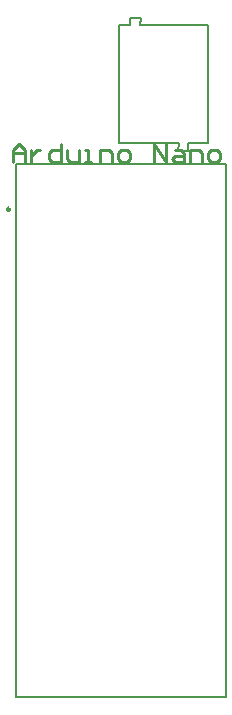
<source format=gto>
G04*
G04 #@! TF.GenerationSoftware,Altium Limited,Altium Designer,23.1.1 (15)*
G04*
G04 Layer_Color=65535*
%FSLAX25Y25*%
%MOIN*%
G70*
G04*
G04 #@! TF.SameCoordinates,0BDBEAC4-C0BD-4DD4-8220-68B77C2E4246*
G04*
G04*
G04 #@! TF.FilePolarity,Positive*
G04*
G01*
G75*
%ADD10C,0.00984*%
%ADD11C,0.00787*%
%ADD12C,0.01000*%
D10*
X138781Y166165D02*
G03*
X138781Y166165I-492J0D01*
G01*
D11*
X140651Y181165D02*
X210651D01*
Y3665D02*
Y181165D01*
X140651Y3665D02*
X210651D01*
X140651D02*
Y181165D01*
X182223Y227486D02*
X204664D01*
X175137D02*
X178877D01*
X182223D02*
X182420Y229848D01*
X178680D02*
X178877Y227486D01*
X178680Y229848D02*
X182420D01*
X175137Y188116D02*
X195215D01*
X175137D02*
Y227486D01*
X197971Y188116D02*
X204664D01*
X197971D02*
X198266Y185753D01*
X194920D02*
X195215Y188116D01*
X194920Y185753D02*
X198266D01*
X204664Y188116D02*
X204664Y227486D01*
D12*
X139860Y181966D02*
Y185965D01*
X141859Y187964D01*
X143859Y185965D01*
Y181966D01*
Y184965D01*
X139860D01*
X145858Y185965D02*
Y181966D01*
Y183966D01*
X146858Y184965D01*
X147857Y185965D01*
X148857D01*
X155855Y187964D02*
Y181966D01*
X152856D01*
X151856Y182966D01*
Y184965D01*
X152856Y185965D01*
X155855D01*
X157854D02*
Y182966D01*
X158854Y181966D01*
X161853D01*
Y185965D01*
X163852Y181966D02*
X165852D01*
X164852D01*
Y185965D01*
X163852D01*
X168851Y181966D02*
Y185965D01*
X171850D01*
X172849Y184965D01*
Y181966D01*
X175848D02*
X177848D01*
X178847Y182966D01*
Y184965D01*
X177848Y185965D01*
X175848D01*
X174849Y184965D01*
Y182966D01*
X175848Y181966D01*
X186845D02*
Y187964D01*
X190843Y181966D01*
Y187964D01*
X193842Y185965D02*
X195842D01*
X196842Y184965D01*
Y181966D01*
X193842D01*
X192843Y182966D01*
X193842Y183966D01*
X196842D01*
X198841Y181966D02*
Y185965D01*
X201840D01*
X202840Y184965D01*
Y181966D01*
X205839D02*
X207838D01*
X208838Y182966D01*
Y184965D01*
X207838Y185965D01*
X205839D01*
X204839Y184965D01*
Y182966D01*
X205839Y181966D01*
M02*

</source>
